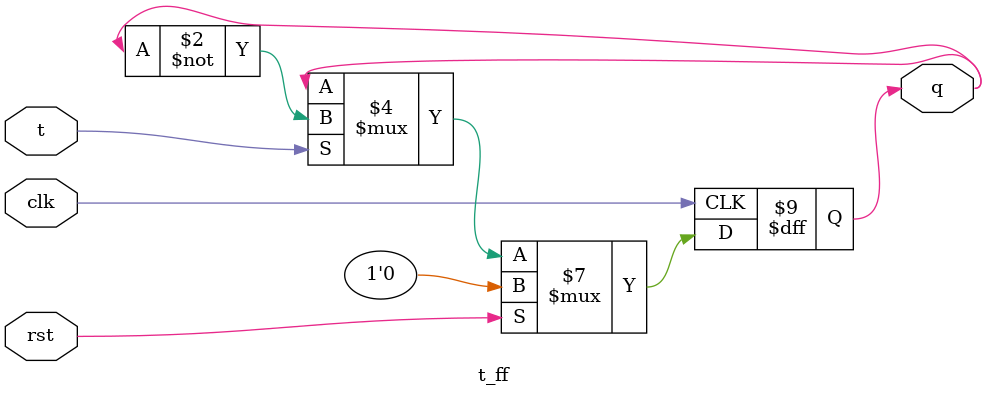
<source format=v>

module t_ff(rst,clk,t,q);
input clk,rst,t;
output reg q;

always@(posedge clk) begin

if(rst) begin 
  q <= 0;
 end
else begin 
  if (t)
    q <= ~q;
  else 
    q <= q;
 end
end
endmodule

</source>
